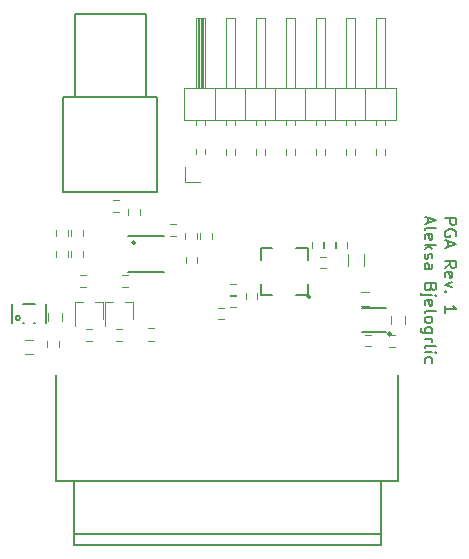
<source format=gto>
G04 #@! TF.FileFunction,Legend,Top*
%FSLAX46Y46*%
G04 Gerber Fmt 4.6, Leading zero omitted, Abs format (unit mm)*
G04 Created by KiCad (PCBNEW 4.0.7) date 06/05/18 19:10:08*
%MOMM*%
%LPD*%
G01*
G04 APERTURE LIST*
%ADD10C,0.100000*%
%ADD11C,0.200000*%
%ADD12C,0.150000*%
%ADD13C,0.120000*%
G04 APERTURE END LIST*
D10*
D11*
X176397619Y-92738095D02*
X177397619Y-92738095D01*
X177397619Y-93119048D01*
X177350000Y-93214286D01*
X177302381Y-93261905D01*
X177207143Y-93309524D01*
X177064286Y-93309524D01*
X176969048Y-93261905D01*
X176921429Y-93214286D01*
X176873810Y-93119048D01*
X176873810Y-92738095D01*
X177350000Y-94261905D02*
X177397619Y-94166667D01*
X177397619Y-94023810D01*
X177350000Y-93880952D01*
X177254762Y-93785714D01*
X177159524Y-93738095D01*
X176969048Y-93690476D01*
X176826190Y-93690476D01*
X176635714Y-93738095D01*
X176540476Y-93785714D01*
X176445238Y-93880952D01*
X176397619Y-94023810D01*
X176397619Y-94119048D01*
X176445238Y-94261905D01*
X176492857Y-94309524D01*
X176826190Y-94309524D01*
X176826190Y-94119048D01*
X176683333Y-94690476D02*
X176683333Y-95166667D01*
X176397619Y-94595238D02*
X177397619Y-94928571D01*
X176397619Y-95261905D01*
X176397619Y-96928572D02*
X176873810Y-96595238D01*
X176397619Y-96357143D02*
X177397619Y-96357143D01*
X177397619Y-96738096D01*
X177350000Y-96833334D01*
X177302381Y-96880953D01*
X177207143Y-96928572D01*
X177064286Y-96928572D01*
X176969048Y-96880953D01*
X176921429Y-96833334D01*
X176873810Y-96738096D01*
X176873810Y-96357143D01*
X176445238Y-97738096D02*
X176397619Y-97642858D01*
X176397619Y-97452381D01*
X176445238Y-97357143D01*
X176540476Y-97309524D01*
X176921429Y-97309524D01*
X177016667Y-97357143D01*
X177064286Y-97452381D01*
X177064286Y-97642858D01*
X177016667Y-97738096D01*
X176921429Y-97785715D01*
X176826190Y-97785715D01*
X176730952Y-97309524D01*
X177064286Y-98119048D02*
X176397619Y-98357143D01*
X177064286Y-98595239D01*
X176492857Y-98976191D02*
X176445238Y-99023810D01*
X176397619Y-98976191D01*
X176445238Y-98928572D01*
X176492857Y-98976191D01*
X176397619Y-98976191D01*
X176397619Y-100738096D02*
X176397619Y-100166667D01*
X176397619Y-100452381D02*
X177397619Y-100452381D01*
X177254762Y-100357143D01*
X177159524Y-100261905D01*
X177111905Y-100166667D01*
X174983333Y-92690476D02*
X174983333Y-93166667D01*
X174697619Y-92595238D02*
X175697619Y-92928571D01*
X174697619Y-93261905D01*
X174697619Y-93738095D02*
X174745238Y-93642857D01*
X174840476Y-93595238D01*
X175697619Y-93595238D01*
X174745238Y-94500001D02*
X174697619Y-94404763D01*
X174697619Y-94214286D01*
X174745238Y-94119048D01*
X174840476Y-94071429D01*
X175221429Y-94071429D01*
X175316667Y-94119048D01*
X175364286Y-94214286D01*
X175364286Y-94404763D01*
X175316667Y-94500001D01*
X175221429Y-94547620D01*
X175126190Y-94547620D01*
X175030952Y-94071429D01*
X174697619Y-94976191D02*
X175697619Y-94976191D01*
X175078571Y-95071429D02*
X174697619Y-95357144D01*
X175364286Y-95357144D02*
X174983333Y-94976191D01*
X174745238Y-95738096D02*
X174697619Y-95833334D01*
X174697619Y-96023810D01*
X174745238Y-96119049D01*
X174840476Y-96166668D01*
X174888095Y-96166668D01*
X174983333Y-96119049D01*
X175030952Y-96023810D01*
X175030952Y-95880953D01*
X175078571Y-95785715D01*
X175173810Y-95738096D01*
X175221429Y-95738096D01*
X175316667Y-95785715D01*
X175364286Y-95880953D01*
X175364286Y-96023810D01*
X175316667Y-96119049D01*
X174697619Y-97023811D02*
X175221429Y-97023811D01*
X175316667Y-96976192D01*
X175364286Y-96880954D01*
X175364286Y-96690477D01*
X175316667Y-96595239D01*
X174745238Y-97023811D02*
X174697619Y-96928573D01*
X174697619Y-96690477D01*
X174745238Y-96595239D01*
X174840476Y-96547620D01*
X174935714Y-96547620D01*
X175030952Y-96595239D01*
X175078571Y-96690477D01*
X175078571Y-96928573D01*
X175126190Y-97023811D01*
X175221429Y-98595240D02*
X175173810Y-98738097D01*
X175126190Y-98785716D01*
X175030952Y-98833335D01*
X174888095Y-98833335D01*
X174792857Y-98785716D01*
X174745238Y-98738097D01*
X174697619Y-98642859D01*
X174697619Y-98261906D01*
X175697619Y-98261906D01*
X175697619Y-98595240D01*
X175650000Y-98690478D01*
X175602381Y-98738097D01*
X175507143Y-98785716D01*
X175411905Y-98785716D01*
X175316667Y-98738097D01*
X175269048Y-98690478D01*
X175221429Y-98595240D01*
X175221429Y-98261906D01*
X175364286Y-99261906D02*
X174507143Y-99261906D01*
X174411905Y-99214287D01*
X174364286Y-99119049D01*
X174364286Y-99071430D01*
X175697619Y-99261906D02*
X175650000Y-99214287D01*
X175602381Y-99261906D01*
X175650000Y-99309525D01*
X175697619Y-99261906D01*
X175602381Y-99261906D01*
X174745238Y-100119049D02*
X174697619Y-100023811D01*
X174697619Y-99833334D01*
X174745238Y-99738096D01*
X174840476Y-99690477D01*
X175221429Y-99690477D01*
X175316667Y-99738096D01*
X175364286Y-99833334D01*
X175364286Y-100023811D01*
X175316667Y-100119049D01*
X175221429Y-100166668D01*
X175126190Y-100166668D01*
X175030952Y-99690477D01*
X174697619Y-100738096D02*
X174745238Y-100642858D01*
X174840476Y-100595239D01*
X175697619Y-100595239D01*
X174697619Y-101261906D02*
X174745238Y-101166668D01*
X174792857Y-101119049D01*
X174888095Y-101071430D01*
X175173810Y-101071430D01*
X175269048Y-101119049D01*
X175316667Y-101166668D01*
X175364286Y-101261906D01*
X175364286Y-101404764D01*
X175316667Y-101500002D01*
X175269048Y-101547621D01*
X175173810Y-101595240D01*
X174888095Y-101595240D01*
X174792857Y-101547621D01*
X174745238Y-101500002D01*
X174697619Y-101404764D01*
X174697619Y-101261906D01*
X175364286Y-102452383D02*
X174554762Y-102452383D01*
X174459524Y-102404764D01*
X174411905Y-102357145D01*
X174364286Y-102261906D01*
X174364286Y-102119049D01*
X174411905Y-102023811D01*
X174745238Y-102452383D02*
X174697619Y-102357145D01*
X174697619Y-102166668D01*
X174745238Y-102071430D01*
X174792857Y-102023811D01*
X174888095Y-101976192D01*
X175173810Y-101976192D01*
X175269048Y-102023811D01*
X175316667Y-102071430D01*
X175364286Y-102166668D01*
X175364286Y-102357145D01*
X175316667Y-102452383D01*
X174697619Y-102928573D02*
X175364286Y-102928573D01*
X175173810Y-102928573D02*
X175269048Y-102976192D01*
X175316667Y-103023811D01*
X175364286Y-103119049D01*
X175364286Y-103214288D01*
X174697619Y-103690478D02*
X174745238Y-103595240D01*
X174840476Y-103547621D01*
X175697619Y-103547621D01*
X174697619Y-104071431D02*
X175364286Y-104071431D01*
X175697619Y-104071431D02*
X175650000Y-104023812D01*
X175602381Y-104071431D01*
X175650000Y-104119050D01*
X175697619Y-104071431D01*
X175602381Y-104071431D01*
X174745238Y-104976193D02*
X174697619Y-104880955D01*
X174697619Y-104690478D01*
X174745238Y-104595240D01*
X174792857Y-104547621D01*
X174888095Y-104500002D01*
X175173810Y-104500002D01*
X175269048Y-104547621D01*
X175316667Y-104595240D01*
X175364286Y-104690478D01*
X175364286Y-104880955D01*
X175316667Y-104976193D01*
D12*
X170988000Y-114990000D02*
X144988000Y-114990000D01*
X170988000Y-119990000D02*
X170988000Y-114990000D01*
X144988000Y-119990000D02*
X144988000Y-114990000D01*
X172488000Y-114490000D02*
X172488000Y-114990000D01*
X143488000Y-114490000D02*
X143488000Y-114990000D01*
X170988000Y-119490000D02*
X144988000Y-119490000D01*
X144988000Y-114990000D02*
X143488000Y-114990000D01*
X143488000Y-114490000D02*
X143488000Y-105990000D01*
X172488000Y-106490000D02*
X172488000Y-105990000D01*
X170988000Y-114990000D02*
X172488000Y-114990000D01*
X172488000Y-114490000D02*
X172488000Y-106490000D01*
X170988000Y-119990000D02*
X170988000Y-120390000D01*
X170988000Y-120390000D02*
X144988000Y-120390000D01*
X144988000Y-119990000D02*
X144988000Y-120390000D01*
D13*
X151750000Y-102070000D02*
X151250000Y-102070000D01*
X151250000Y-103130000D02*
X151750000Y-103130000D01*
X144548000Y-96008000D02*
X144548000Y-95508000D01*
X143488000Y-95508000D02*
X143488000Y-96008000D01*
X149344000Y-99854000D02*
X150004000Y-99854000D01*
X147684000Y-99854000D02*
X148344000Y-99854000D01*
X147684000Y-99854000D02*
X147684000Y-101884000D01*
X150004000Y-101264000D02*
X150004000Y-99854000D01*
X166366000Y-96050000D02*
X165866000Y-96050000D01*
X165866000Y-96990000D02*
X166366000Y-96990000D01*
X165138000Y-94746000D02*
X165138000Y-95246000D01*
X166078000Y-95246000D02*
X166078000Y-94746000D01*
X166154000Y-94746000D02*
X166154000Y-95246000D01*
X167094000Y-95246000D02*
X167094000Y-94746000D01*
X167170000Y-94746000D02*
X167170000Y-95246000D01*
X168110000Y-95246000D02*
X168110000Y-94746000D01*
X160490000Y-99564000D02*
X160490000Y-99064000D01*
X159550000Y-99064000D02*
X159550000Y-99564000D01*
X158246000Y-99276000D02*
X158746000Y-99276000D01*
X158746000Y-98336000D02*
X158246000Y-98336000D01*
X157230000Y-101308000D02*
X157730000Y-101308000D01*
X157730000Y-100368000D02*
X157230000Y-100368000D01*
X158246000Y-100292000D02*
X158746000Y-100292000D01*
X158746000Y-99352000D02*
X158246000Y-99352000D01*
X155410000Y-96516000D02*
X155410000Y-96016000D01*
X154470000Y-96016000D02*
X154470000Y-96516000D01*
X171866000Y-101696000D02*
X171866000Y-100996000D01*
X173066000Y-100996000D02*
X173066000Y-101696000D01*
X170022000Y-100168000D02*
X169322000Y-100168000D01*
X169322000Y-98968000D02*
X170022000Y-98968000D01*
X170176000Y-102654000D02*
X169676000Y-102654000D01*
X169676000Y-103594000D02*
X170176000Y-103594000D01*
X141574000Y-104232000D02*
X140874000Y-104232000D01*
X140874000Y-103032000D02*
X141574000Y-103032000D01*
X142783000Y-101442000D02*
X142783000Y-100742000D01*
X143983000Y-100742000D02*
X143983000Y-101442000D01*
X154372000Y-84412000D02*
X172272000Y-84412000D01*
X172272000Y-84412000D02*
X172272000Y-81752000D01*
X172272000Y-81752000D02*
X154372000Y-81752000D01*
X154372000Y-81752000D02*
X154372000Y-84412000D01*
X155322000Y-81752000D02*
X155322000Y-75752000D01*
X155322000Y-75752000D02*
X156082000Y-75752000D01*
X156082000Y-75752000D02*
X156082000Y-81752000D01*
X155382000Y-81752000D02*
X155382000Y-75752000D01*
X155502000Y-81752000D02*
X155502000Y-75752000D01*
X155622000Y-81752000D02*
X155622000Y-75752000D01*
X155742000Y-81752000D02*
X155742000Y-75752000D01*
X155862000Y-81752000D02*
X155862000Y-75752000D01*
X155982000Y-81752000D02*
X155982000Y-75752000D01*
X155322000Y-84809071D02*
X155322000Y-84412000D01*
X156082000Y-84809071D02*
X156082000Y-84412000D01*
X155322000Y-87282000D02*
X155322000Y-86894929D01*
X156082000Y-87282000D02*
X156082000Y-86894929D01*
X156972000Y-84412000D02*
X156972000Y-81752000D01*
X157862000Y-81752000D02*
X157862000Y-75752000D01*
X157862000Y-75752000D02*
X158622000Y-75752000D01*
X158622000Y-75752000D02*
X158622000Y-81752000D01*
X157862000Y-84809071D02*
X157862000Y-84412000D01*
X158622000Y-84809071D02*
X158622000Y-84412000D01*
X157862000Y-87349071D02*
X157862000Y-86894929D01*
X158622000Y-87349071D02*
X158622000Y-86894929D01*
X159512000Y-84412000D02*
X159512000Y-81752000D01*
X160402000Y-81752000D02*
X160402000Y-75752000D01*
X160402000Y-75752000D02*
X161162000Y-75752000D01*
X161162000Y-75752000D02*
X161162000Y-81752000D01*
X160402000Y-84809071D02*
X160402000Y-84412000D01*
X161162000Y-84809071D02*
X161162000Y-84412000D01*
X160402000Y-87349071D02*
X160402000Y-86894929D01*
X161162000Y-87349071D02*
X161162000Y-86894929D01*
X162052000Y-84412000D02*
X162052000Y-81752000D01*
X162942000Y-81752000D02*
X162942000Y-75752000D01*
X162942000Y-75752000D02*
X163702000Y-75752000D01*
X163702000Y-75752000D02*
X163702000Y-81752000D01*
X162942000Y-84809071D02*
X162942000Y-84412000D01*
X163702000Y-84809071D02*
X163702000Y-84412000D01*
X162942000Y-87349071D02*
X162942000Y-86894929D01*
X163702000Y-87349071D02*
X163702000Y-86894929D01*
X164592000Y-84412000D02*
X164592000Y-81752000D01*
X165482000Y-81752000D02*
X165482000Y-75752000D01*
X165482000Y-75752000D02*
X166242000Y-75752000D01*
X166242000Y-75752000D02*
X166242000Y-81752000D01*
X165482000Y-84809071D02*
X165482000Y-84412000D01*
X166242000Y-84809071D02*
X166242000Y-84412000D01*
X165482000Y-87349071D02*
X165482000Y-86894929D01*
X166242000Y-87349071D02*
X166242000Y-86894929D01*
X167132000Y-84412000D02*
X167132000Y-81752000D01*
X168022000Y-81752000D02*
X168022000Y-75752000D01*
X168022000Y-75752000D02*
X168782000Y-75752000D01*
X168782000Y-75752000D02*
X168782000Y-81752000D01*
X168022000Y-84809071D02*
X168022000Y-84412000D01*
X168782000Y-84809071D02*
X168782000Y-84412000D01*
X168022000Y-87349071D02*
X168022000Y-86894929D01*
X168782000Y-87349071D02*
X168782000Y-86894929D01*
X169672000Y-84412000D02*
X169672000Y-81752000D01*
X170562000Y-81752000D02*
X170562000Y-75752000D01*
X170562000Y-75752000D02*
X171322000Y-75752000D01*
X171322000Y-75752000D02*
X171322000Y-81752000D01*
X170562000Y-84809071D02*
X170562000Y-84412000D01*
X171322000Y-84809071D02*
X171322000Y-84412000D01*
X170562000Y-87349071D02*
X170562000Y-86894929D01*
X171322000Y-87349071D02*
X171322000Y-86894929D01*
X155702000Y-89662000D02*
X154432000Y-89662000D01*
X154432000Y-89662000D02*
X154432000Y-88392000D01*
D12*
X145082000Y-82487000D02*
X145082000Y-75487000D01*
X145082000Y-75487000D02*
X151082000Y-75487000D01*
X151082000Y-75487000D02*
X151082000Y-82487000D01*
X148082000Y-90487000D02*
X152082000Y-90487000D01*
X152082000Y-90487000D02*
X152082000Y-82487000D01*
X152082000Y-82487000D02*
X144082000Y-82487000D01*
X144082000Y-82487000D02*
X144082000Y-90487000D01*
X144082000Y-90487000D02*
X148082000Y-90487000D01*
D13*
X169590000Y-95766000D02*
X169590000Y-96766000D01*
X168230000Y-96766000D02*
X168230000Y-95766000D01*
X146804000Y-99854000D02*
X147464000Y-99854000D01*
X145144000Y-99854000D02*
X145804000Y-99854000D01*
X145144000Y-99854000D02*
X145144000Y-101884000D01*
X147464000Y-101264000D02*
X147464000Y-99854000D01*
X149584000Y-91952000D02*
X149584000Y-92452000D01*
X150644000Y-92452000D02*
X150644000Y-91952000D01*
X148340000Y-92224000D02*
X148840000Y-92224000D01*
X148840000Y-91164000D02*
X148340000Y-91164000D01*
X146554000Y-102086000D02*
X146054000Y-102086000D01*
X146054000Y-103146000D02*
X146554000Y-103146000D01*
X149094000Y-102086000D02*
X148594000Y-102086000D01*
X148594000Y-103146000D02*
X149094000Y-103146000D01*
X146046000Y-97514000D02*
X145546000Y-97514000D01*
X145546000Y-98574000D02*
X146046000Y-98574000D01*
X149102000Y-98574000D02*
X149602000Y-98574000D01*
X149602000Y-97514000D02*
X149102000Y-97514000D01*
X154410000Y-93984000D02*
X154410000Y-94484000D01*
X155470000Y-94484000D02*
X155470000Y-93984000D01*
X153166000Y-94256000D02*
X153666000Y-94256000D01*
X153666000Y-93196000D02*
X153166000Y-93196000D01*
X156740000Y-94484000D02*
X156740000Y-93984000D01*
X155680000Y-93984000D02*
X155680000Y-94484000D01*
X145818000Y-94230000D02*
X145818000Y-93730000D01*
X144758000Y-93730000D02*
X144758000Y-94230000D01*
X144758000Y-95508000D02*
X144758000Y-96008000D01*
X145818000Y-96008000D02*
X145818000Y-95508000D01*
X143488000Y-93730000D02*
X143488000Y-94230000D01*
X144548000Y-94230000D02*
X144548000Y-93730000D01*
X172208000Y-102594000D02*
X171708000Y-102594000D01*
X171708000Y-103654000D02*
X172208000Y-103654000D01*
X143786000Y-103628000D02*
X143786000Y-103128000D01*
X142726000Y-103128000D02*
X142726000Y-103628000D01*
D12*
X165055421Y-99382000D02*
G75*
G03X165055421Y-99382000I-141421J0D01*
G01*
X161814000Y-95282000D02*
X160814000Y-95282000D01*
X160814000Y-95282000D02*
X160814000Y-96282000D01*
X164814000Y-96282000D02*
X164814000Y-95282000D01*
X164814000Y-95282000D02*
X163814000Y-95282000D01*
X163814000Y-99282000D02*
X164814000Y-99282000D01*
X164814000Y-99282000D02*
X164814000Y-98282000D01*
X160814000Y-98282000D02*
X160814000Y-99282000D01*
X160814000Y-99282000D02*
X161814000Y-99282000D01*
X150238114Y-94808000D02*
G75*
G03X150238114Y-94808000I-158114J0D01*
G01*
X152630000Y-94258000D02*
X149630000Y-94258000D01*
X151130000Y-97258000D02*
X149630000Y-97258000D01*
X151130000Y-97258000D02*
X152630000Y-97258000D01*
X171875421Y-102546000D02*
G75*
G03X171875421Y-102546000I-141421J0D01*
G01*
X171434000Y-100346000D02*
X169434000Y-100346000D01*
X171434000Y-102346000D02*
X169434000Y-102346000D01*
X140454278Y-101188000D02*
G75*
G03X140454278Y-101188000I-180278J0D01*
G01*
X140674000Y-100038000D02*
X141724000Y-100038000D01*
X141624000Y-101638000D02*
X141724000Y-101638000D01*
X140674000Y-101638000D02*
X140774000Y-101638000D01*
X142674000Y-101638000D02*
X142674000Y-100038000D01*
X139774000Y-100838000D02*
X139774000Y-101638000D01*
X139774000Y-100838000D02*
X139774000Y-100038000D01*
M02*

</source>
